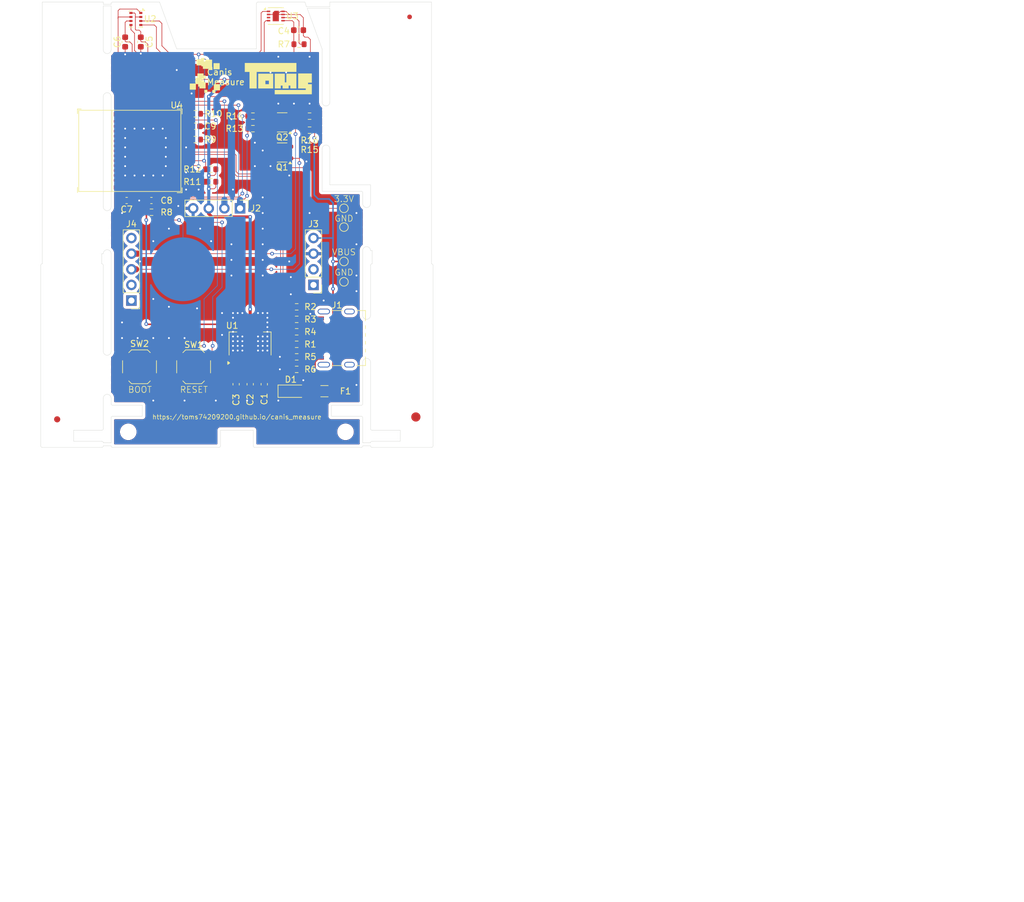
<source format=kicad_pcb>
(kicad_pcb (version 20240108) (generator "pcbnew") (generator_version "8.0")
  (title_block (title "Canis Measure(Air Quality Monitor)") (date "2025-02-07") (rev "0.0.1") (company "Toms"))
  (layers (0 "F.Cu" signal) (31 "B.Cu" signal) (34 "B.Paste" user) (35 "F.Paste" user) (36 "B.SilkS" user "B.Silkscreen") (37 "F.SilkS" user "F.Silkscreen") (38 "B.Mask" user) (39 "F.Mask" user) (44 "Edge.Cuts" user))
  (net 0 "")
  (net 1 "Earth")
  (net 2 "Net-(D1-K)")
  (net 3 "+3.3V")
  (net 4 "Net-(U4-GPIO9)")
  (net 5 "Net-(D1-A)")
  (net 6 "VBUS")
  (net 7 "Net-(J1-CC2)")
  (net 8 "Net-(J1-D--PadA7)")
  (net 10 "Net-(J1-D+-PadA6)")
  (net 12 "Net-(J1-CC1)")
  (net 13 "/DISP_SDA")
  (net 14 "/DISP_SCL")
  (net 17 "Net-(J4-Pin_3)")
  (net 19 "Net-(J4-Pin_4)")
  (net 22 "/RXD")
  (net 23 "/TXD")
  (net 24 "/D+")
  (net 25 "/D-")
  (net 26 "Net-(U3-~{RESET})")
  (net 27 "Net-(U4-GPIO8)")
  (net 28 "/SDA")
  (net 29 "/SCL")
  (net 47 "/TOUCH")
  (net 50 "GND")
  (net 51 "Net-(U4-EN{slash}CHIP_PU)")
  (footprint "Sensor_Humidity:Sensirion_DFN-8-1EP_2.5x2.5mm_P0.5mm_EP1.1x1.7mm" (layer "F.Cu") (at 212.947 118.098)
    (property "Reference" "U3")
    (property "Value" "SHT30-DIS")
  )
  (footprint "footprints:qrcode" (layer "F.Cu") (at 190.881 129.159)
    (property "Reference" "G***" (hide yes))
    (property "Value" "LOGO" (hide yes))
  )
  (footprint "Capacitor_SMD:C_0603_1608Metric" (layer "F.Cu") (at 206.502 177.939 -90)
    (property "Reference" "C3")
    (property "Value" "4.7u")
  )
  (footprint "Resistor_SMD:R_0603_1608Metric" (layer "F.Cu") (at 218.44 134.366 180)
    (property "Reference" "R16")
    (property "Value" "10k")
  )
  (footprint "Resistor_SMD:R_0603_1608Metric" (layer "F.Cu") (at 218.44 136.646 180)
    (property "Reference" "R15")
    (property "Value" "10k")
  )
  (footprint "Capacitor_SMD:C_0603_1608Metric" (layer "F.Cu") (at 191.008 122.314 -90)
    (property "Reference" "C5")
    (property "Value" "0.1u")
  )
  (footprint "Resistor_SMD:R_0603_1608Metric" (layer "F.Cu") (at 202.375 145.034 180)
    (property "Reference" "R11")
    (property "Value" "10k")
  )
  (footprint "logo_silk:logo_toms_110x51_silk" (layer "F.Cu") (at 213.36 128.27)
    (property "Reference" "G***" (hide yes))
    (property "Value" "LOGO" (hide yes))
  )
  (footprint "Fiducial:Fiducial_1.5mm_Mask3mm" (layer "F.Cu") (at 235.712 183.261)
    (property "Reference" "REF**" (hide yes))
    (property "Value" "Fiducial_1.5mm_Mask3mm")
  )
  (footprint "Fiducial:Fiducial_1mm_Mask2mm" (layer "F.Cu") (at 177.419 183.642)
    (property "Reference" "REF**" (hide yes))
    (property "Value" "Fiducial_1mm_Mask2mm")
  )
  (footprint "Keebio-Parts:breakaway-mousebites" (layer "F.Cu") (at 227.457 152.4 -90)
    (property "Reference" "REF**" (hide yes))
    (property "Value" "breakaway-mousebites" (hide yes))
  )
  (footprint "Resistor_SMD:R_0603_1608Metric" (layer "F.Cu") (at 216.725 122.682)
    (property "Reference" "R7")
    (property "Value" "10k")
  )
  (footprint "Capacitor_SMD:C_0603_1608Metric" (layer "F.Cu") (at 211.074 177.939 -90)
    (property "Reference" "C1")
    (property "Value" "0.1u")
  )
  (footprint "Keebio-Parts:breakaway-mousebites" (layer "F.Cu") (at 185.801 152.908 90)
    (property "Reference" "REF**" (hide yes))
    (property "Value" "breakaway-mousebites" (hide yes))
  )
  (footprint "Capacitor_SMD:C_0603_1608Metric" (layer "F.Cu") (at 208.788 177.939 -90)
    (property "Reference" "C2")
    (property "Value" "4.7u")
  )
  (footprint "TestPoint:TestPoint_Pad_D1.0mm" (layer "F.Cu") (at 224.028 161.294)
    (property "Reference" "TP4" (hide yes))
    (property "Value" "GND")
  )
  (footprint "Resistor_SMD:R_0603_1608Metric" (layer "F.Cu") (at 216.345 171.45 180)
    (property "Reference" "R1")
    (property "Value" "22")
  )
  (footprint "Espressif:ESP32-C6-MINI-1" (layer "F.Cu") (at 189.222 140.012 90)
    (property "Reference" "U4")
    (property "Value" "ESP32-C6-MINI-1/U")
  )
  (footprint "Connector_PinHeader_2.54mm:PinHeader_1x04_P2.54mm_Vertical" (layer "F.Cu") (at 207.137 149.352 -90)
    (property "Reference" "J2")
    (property "Value" "SSD1306")
  )
  (footprint "Capacitor_SMD:C_0603_1608Metric" (layer "F.Cu") (at 216.649 120.396 180)
    (property "Reference" "C4")
    (property "Value" "4.7u")
  )
  (footprint "Resistor_SMD:R_0603_1608Metric" (layer "F.Cu") (at 216.345 169.418 180)
    (property "Reference" "R4")
    (property "Value" "22")
  )
  (footprint "Resistor_SMD:R_0603_1608Metric" (layer "F.Cu") (at 216.345 165.368 180)
    (property "Reference" "R2")
    (property "Value" "10k")
  )
  (footprint "Resistor_SMD:R_0603_1608Metric" (layer "F.Cu") (at 209.233 134.366 180)
    (property "Reference" "R14")
    (property "Value" "10k")
  )
  (footprint "MountingHole:MountingHole_2.2mm_M2_ISO7380" (layer "F.Cu") (at 224.282 185.674)
    (property "Reference" "REF**" (hide yes))
    (property "Value" "MountingHole_2.2mm_M2_ISO7380")
  )
  (footprint "TestPoint:TestPoint_Pad_D1.0mm" (layer "F.Cu") (at 224.028 157.988)
    (property "Reference" "TP2" (hide yes))
    (property "Value" "VBUS")
  )
  (footprint "Capacitor_SMD:C_0603_1608Metric" (layer "F.Cu") (at 192.737 148.077)
    (property "Reference" "C8")
    (property "Value" "4.7u")
  )
  (footprint "Button_Switch_SMD:SW_Push_1P1T_XKB_TS-1187A" (layer "F.Cu") (at 199.596 175.103 180)
    (property "Reference" "SW1")
    (property "Value" "TS-1187A-B-A-B")
  )
  (footprint "TestPoint:TestPoint_Pad_D1.0mm" (layer "F.Cu") (at 224.028 149.346)
    (property "Reference" "TP1" (hide yes))
    (property "Value" "3.3V")
  )
  (footprint "Fuse:Fuse_1206_3216Metric" (layer "F.Cu") (at 220.856 179.07 180)
    (property "Reference" "F1")
    (property "Value" "SMD1206P050TF")
  )
  (footprint "Keebio-Parts:breakaway-mousebites" (layer "F.Cu") (at 220.853 135.89 -90)
    (property "Reference" "REF**" (hide yes))
    (property "Value" "breakaway-mousebites" (hide yes))
  )
  (footprint "Resistor_SMD:R_0603_1608Metric" (layer "F.Cu") (at 202.375 143.002 180)
    (property "Reference" "R12")
    (property "Value" "10k")
  )
  (footprint "Package_TO_SOT_SMD:SOT-223-3_TabPin2" (layer "F.Cu") (at 208.774 171.348 90)
    (property "Reference" "U1")
    (property "Value" "LM1117MP-3.3")
  )
  (footprint "Diode_SMD:D_SOD-123F" (layer "F.Cu") (at 215.522 179.07)
    (property "Reference" "D1")
    (property "Value" "MBR1H100SFT3G")
  )
  (footprint "Capacitor_SMD:C_0603_1608Metric" (layer "F.Cu") (at 188.709 148.077 180)
    (property "Reference" "C7")
    (property "Value" "0.1u")
  )
  (footprint "Connector_USB:USB_C_Receptacle_Palconn_UTC16-G" (layer "F.Cu") (at 222.684 170.436 90)
    (property "Reference" "J1")
    (property "Value" "TYPE-C-31-M-12")
  )
  (footprint "Package_TO_SOT_SMD:SOT-23-3" (layer "F.Cu") (at 213.9785 140.274 180)
    (property "Reference" "Q1")
    (property "Value" "AO3418")
  )
  (footprint "Capacitor_SMD:C_0603_1608Metric" (layer "F.Cu") (at 188.468 122.314 -90)
    (property "Reference" "C6")
    (property "Value" "0.1u")
  )
  (footprint "TestPoint:TestPoint_Pad_D1.0mm" (layer "F.Cu") (at 224.028 152.4)
    (property "Reference" "TP3" (hide yes))
    (property "Value" "GND")
  )
  (footprint "MountingHole:MountingHole_2.2mm_M2_ISO7380" (layer "F.Cu") (at 188.976 185.674)
    (property "Reference" "REF**" (hide yes))
    (property "Value" "MountingHole_2.2mm_M2_ISO7380")
  )
  (footprint "Resistor_SMD:R_0603_1608Metric" (layer "F.Cu") (at 209.233 136.398 180)
    (property "Reference" "R13")
    (property "Value" "10k")
  )
  (footprint "Keebio-Parts:breakaway-mousebites" (layer "F.Cu") (at 185.801 127.381 90)
    (property "Reference" "REF**" (hide yes))
    (property "Value" "breakaway-mousebites" (hide yes))
  )
  (footprint "Resistor_SMD:R_0603_1608Metric" (layer "F.Cu") (at 216.345 175.528 180)
    (property "Reference" "R6")
    (property "Value" "10k")
  )
  (footprint "Keebio-Parts:breakaway-mousebites" (layer "F.Cu") (at 233.426 158.369)
    (property "Reference" "REF**" (hide yes))
    (property "Value" "breakaway-mousebites" (hide yes))
  )
  (footprint "Resistor_SMD:R_0603_1608Metric" (layer "F.Cu") (at 199.8866 138.171 180)
    (property "Reference" "R9")
    (property "Value" "10k")
  )
  (footprint "Keebio-Parts:breakaway-mousebites" (layer "F.Cu") (at 185.801 176.403 90)
    (property "Reference" "REF**" (hide yes))
    (property "Value" "breakaway-mousebites" (hide yes))
  )
  (footprint "Resistor_SMD:R_0603_1608Metric" (layer "F.Cu") (at 192.7502 149.982)
    (property "Reference" "R8")
    (property "Value" "10k")
  )
  (footprint "Fiducial:Fiducial_0.75mm_Mask1.5mm" (layer "F.Cu") (at 234.696 118.237)
    (property "Reference" "REF**" (hide yes))
    (property "Value" "Fiducial_0.75mm_Mask1.5mm")
  )
  (footprint "Package_TO_SOT_SMD:SOT-23-3" (layer "F.Cu") (at 213.9895 135.382 180)
    (property "Reference" "Q2")
    (property "Value" "AO3418")
  )
  (footprint "Capacitor_SMD:C_0603_1608Metric" (layer "F.Cu") (at 199.862 136.012)
    (property "Reference" "C9")
    (property "Value" "0.1u")
  )
  (footprint "Connector_PinHeader_2.54mm:PinHeader_1x05_P2.54mm_Vertical" (layer "F.Cu") (at 189.484 164.338 180)
    (property "Reference" "J4")
    (property "Value" "Conn_01x05_Socket")
  )
  (footprint "Keebio-Parts:breakaway-mousebites" (layer "F.Cu") (at 179.959 158.369)
    (property "Reference" "REF**" (hide yes))
    (property "Value" "breakaway-mousebites" (hide yes))
  )
  (footprint "Keebio-Parts:breakaway-mousebites" (layer "F.Cu") (at 227.457 170.561 -90)
    (property "Reference" "REF**" (hide yes))
    (property "Value" "breakaway-mousebites" (hide yes))
  )
  (footprint "Connector_PinHeader_2.54mm:PinHeader_1x04_P2.54mm_Vertical" (layer "F.Cu") (at 219.075 161.798 180)
    (property "Reference" "J3")
    (property "Value" "Conn_01x04_Socket")
  )
  (footprint "Resistor_SMD:R_0603_1608Metric" (layer "F.Cu") (at 216.345 173.496 180)
    (property "Reference" "R5")
    (property "Value" "10k")
  )
  (footprint "footprints:canis_measure_logo" (layer "F.Cu") (at 201.660852 127.623116)
    (property "Reference" "G***" (hide yes))
    (property "Value" "LOGO" (hide yes))
  )
  (footprint "Resistor_SMD:R_0603_1608Metric" (layer "F.Cu") (at 199.8866 133.98 180)
    (property "Reference" "R10")
    (property "Value" "10k")
  )
  (footprint "Package_LGA:Bosch_LGA-8_2x2.5mm_P0.65mm_ClockwisePinNumbering" (layer "F.Cu") (at 190.208 118.577 -90)
    (property "Reference" "U2")
    (property "Value" "BMP280")
  )
  (footprint "Button_Switch_SMD:SW_Push_1P1T_XKB_TS-1187A" (layer "F.Cu") (at 190.802 175.103)
    (property "Reference" "SW2")
    (property "Value" "TS-1187A-B-A-B")
  )
  (footprint "Resistor_SMD:R_0603_1608Metric" (layer "F.Cu") (at 216.345 167.4 180)
    (property "Reference" "R3")
    (property "Value" "10k")
  )
  (gr_circle (center 197.866 159.258) (end 202.946 159.258) (stroke (width 0.2)) (fill solid) (layer "B.Cu") (net 47))
  (gr_line (start 209.804 116.078) (end 209.804 123.444) (stroke (width 0.05)) (layer "Edge.Cuts"))
  (gr_line (start 228.6 188.214) (end 238.252 188.214) (stroke (width 0.05)) (layer "Edge.Cuts"))
  (gr_arc (start 184.912 185.166) (mid 184.837605 185.345605) (end 184.658 185.42) (stroke (width 0.05)) (layer "Edge.Cuts"))
  (gr_arc (start 186.436 188.214) (mid 186.256395 188.139605) (end 186.182 187.96) (stroke (width 0.05)) (layer "Edge.Cuts"))
  (gr_arc (start 203.962 187.96) (mid 203.887605 188.139605) (end 203.708 188.214) (stroke (width 0.05)) (layer "Edge.Cuts"))
  (gr_line (start 184.658 187.198) (end 180.086 187.198) (stroke (width 0.05)) (layer "Edge.Cuts"))
  (gr_line (start 174.752 158.623) (end 174.752 187.96) (stroke (width 0.05)) (layer "Edge.Cuts"))
  (gr_arc (start 228.6 185.42) (mid 228.420395 185.345605) (end 228.346 185.166) (stroke (width 0.05)) (layer "Edge.Cuts"))
  (gr_arc (start 186.436 181.356) (mid 186.256395 181.281605) (end 186.182 181.102) (stroke (width 0.05)) (layer "Edge.Cuts"))
  (gr_line (start 184.912 116.459) (end 186.182 116.459) (stroke (width 0.05)) (layer "Edge.Cuts"))
  (gr_arc (start 209.804 116.078) (mid 209.878395 115.898395) (end 210.058 115.824) (stroke (width 0.05)) (layer "Edge.Cuts"))
  (gr_line (start 184.912 115.824) (end 175.006 115.824) (stroke (width 0.05)) (layer "Edge.Cuts"))
  (gr_line (start 203.708 188.214) (end 186.436 188.214) (stroke (width 0.05)) (layer "Edge.Cuts"))
  (gr_line (start 221.996 181.356) (end 221.996 183.134) (stroke (width 0.05)) (layer "Edge.Cuts"))
  (gr_line (start 184.912 180.213) (end 184.912 185.166) (stroke (width 0.05)) (layer "Edge.Cuts"))
  (gr_line (start 228.6 156.21) (end 228.346 156.21) (stroke (width 0.05)) (layer "Edge.Cuts"))
  (gr_arc (start 184.912 180.213) (mid 185.547 179.578) (end 186.182 180.213) (stroke (width 0.05)) (layer "Edge.Cuts"))
  (gr_arc (start 238.252 158.369) (mid 238.431605 158.443395) (end 238.506 158.623) (stroke (width 0.05)) (layer "Edge.Cuts"))
  (gr_line (start 221.742 115.824) (end 221.742 116.586) (stroke (width 0.05)) (layer "Edge.Cuts"))
  (gr_line (start 186.182 156.718) (end 186.182 172.593) (stroke (width 0.05)) (layer "Edge.Cuts"))
  (gr_arc (start 184.912 187.96) (mid 184.837605 188.139605) (end 184.658 188.214) (stroke (width 0.05)) (layer "Edge.Cuts"))
  (gr_line (start 228.6 187.198) (end 233.172 187.198) (stroke (width 0.05)) (layer "Edge.Cuts"))
  (gr_arc (start 228.6 188.214) (mid 228.420395 188.139605) (end 228.346 187.96) (stroke (width 0.05)) (layer "Edge.Cuts"))
  (gr_line (start 186.182 187.96) (end 184.912 187.96) (stroke (width 0.05)) (layer "Edge.Cuts"))
  (gr_line (start 184.912 149.098) (end 184.912 131.191) (stroke (width 0.05)) (layer "Edge.Cuts"))
  (gr_line (start 221.742 145.542) (end 221.742 139.7) (stroke (width 0.05)) (layer "Edge.Cuts"))
  (gr_arc (start 186.182 172.593) (mid 185.547 173.228) (end 184.912 172.593) (stroke (width 0.05)) (layer "Edge.Cuts"))
  (gr_line (start 194.056 115.824) (end 196.85 123.444) (stroke (width 0.05)) (layer "Edge.Cuts"))
  (gr_arc (start 220.472 139.7) (mid 221.107 139.065) (end 221.742 139.7) (stroke (width 0.05)) (layer "Edge.Cuts"))
  (gr_line (start 184.912 156.718) (end 184.658 156.718) (stroke (width 0.05)) (layer "Edge.Cuts"))
  (gr_line (start 186.182 149.098) (end 186.182 131.191) (stroke (width 0.05)) (layer "Edge.Cuts"))
  (gr_arc (start 227.076 156.21) (mid 227.711 155.575) (end 228.346 156.21) (stroke (width 0.05)) (layer "Edge.Cuts"))
  (gr_line (start 203.962 187.96) (end 203.962 185.42) (stroke (width 0.05)) (layer "Edge.Cuts"))
  (gr_line (start 217.932 116.586) (end 217.678 115.824) (stroke (width 0.05)) (layer "Edge.Cuts"))
  (gr_line (start 184.658 156.718) (end 184.658 158.369) (stroke (width 0.05)) (layer "Edge.Cuts"))
  (gr_line (start 228.346 166.751) (end 228.346 158.623) (stroke (width 0.05)) (layer "Edge.Cuts"))
  (gr_line (start 226.822 146.558) (end 220.472 146.558) (stroke (width 0.05)) (layer "Edge.Cuts"))
  (gr_line (start 186.436 183.134) (end 191.262 183.134) (stroke (width 0.05)) (layer "Edge.Cuts"))
  (gr_line (start 238.252 158.369) (end 238.252 115.824) (stroke (width 0.05)) (layer "Edge.Cuts"))
  (gr_arc (start 228.346 187.452) (mid 228.420395 187.272395) (end 228.6 187.198) (stroke (width 0.05)) (layer "Edge.Cuts"))
  (gr_line (start 226.822 181.356) (end 221.996 181.356) (stroke (width 0.05)) (layer "Edge.Cuts"))
  (gr_arc (start 186.182 149.098) (mid 185.547 149.733) (end 184.912 149.098) (stroke (width 0.05)) (layer "Edge.Cuts"))
  (gr_line (start 233.172 185.42) (end 233.172 187.198) (stroke (width 0.05)) (layer "Edge.Cuts"))
  (gr_line (start 196.85 123.444) (end 209.804 123.444) (stroke (width 0.05)) (layer "Edge.Cuts"))
  (gr_line (start 191.262 181.356) (end 186.436 181.356) (stroke (width 0.05)) (layer "Edge.Cuts"))
  (gr_line (start 220.472 123.444) (end 220.472 132.08) (stroke (width 0.05)) (layer "Edge.Cuts"))
  (gr_arc (start 186.182 116.078) (mid 186.256395 115.898395) (end 186.436 115.824) (stroke (width 0.05)) (layer "Edge.Cuts"))
  (gr_arc (start 226.822 183.134) (mid 227.001605 183.208395) (end 227.076 183.388) (stroke (width 0.05)) (layer "Edge.Cuts"))
  (gr_arc (start 184.912 156.718) (mid 185.547 156.083) (end 186.182 156.718) (stroke (width 0.05)) (layer "Edge.Cuts"))
  (gr_line (start 220.472 139.7) (end 220.472 146.558) (stroke (width 0.05)) (layer "Edge.Cuts"))
  (gr_arc (start 228.346 166.751) (mid 227.711 167.386) (end 227.076 166.751) (stroke (width 0.05)) (layer "Edge.Cuts"))
  (gr_arc (start 227.076 174.371) (mid 227.711 173.736) (end 228.346 174.371) (stroke (width 0.05)) (layer "Edge.Cuts"))
  (gr_arc (start 209.55 188.214) (mid 209.370395 188.139605) (end 209.296 187.96) (stroke (width 0.05)) (layer "Edge.Cuts"))
  (gr_line (start 203.962 185.42) (end 209.296 185.42) (stroke (width 0.05)) (layer "Edge.Cuts"))
  (gr_line (start 191.262 181.356) (end 191.262 183.134) (stroke (width 0.05)) (layer "Edge.Cuts"))
  (gr_line (start 186.182 116.205) (end 184.912 116.205) (stroke (width 0.05)) (layer "Edge.Cuts"))
  (gr_arc (start 175.006 188.214) (mid 174.826395 188.139605) (end 174.752 187.96) (stroke (width 0.05)) (layer "Edge.Cuts"))
  (gr_line (start 227.076 183.388) (end 227.076 187.452) (stroke (width 0.05)) (layer "Edge.Cuts"))
  (gr_line (start 227.076 146.812) (end 227.076 148.59) (stroke (width 0.05)) (layer "Edge.Cuts"))
  (gr_arc (start 184.912 131.191) (mid 185.547 130.556) (end 186.182 131.191) (stroke (width 0.05)) (layer "Edge.Cuts"))
  (gr_line (start 227.076 187.96) (end 228.346 187.96) (stroke (width 0.05)) (layer "Edge.Cuts"))
  (gr_line (start 227.076 166.751) (end 227.076 156.21) (stroke (width 0.05)) (layer "Edge.Cuts"))
  (gr_line (start 218.059 116.84) (end 220.472 123.444) (stroke (width 0.05)) (layer "Edge.Cuts"))
  (gr_line (start 228.346 145.542) (end 221.742 145.542) (stroke (width 0.05)) (layer "Edge.Cuts"))
  (gr_arc (start 174.752 158.623) (mid 174.826395 158.443395) (end 175.006 158.369) (stroke (width 0.05)) (layer "Edge.Cuts"))
  (gr_line (start 221.742 115.824) (end 238.252 115.824) (stroke (width 0.05)) (layer "Edge.Cuts"))
  (gr_line (start 221.996 183.134) (end 226.822 183.134) (stroke (width 0.05)) (layer "Edge.Cuts"))
  (gr_line (start 184.912 187.452) (end 186.182 187.452) (stroke (width 0.05)) (layer "Edge.Cuts"))
  (gr_line (start 184.912 115.824) (end 184.912 116.205) (stroke (width 0.05)) (layer "Edge.Cuts"))
  (gr_line (start 184.912 123.571) (end 184.912 116.459) (stroke (width 0.05)) (layer "Edge.Cuts"))
  (gr_line (start 186.182 123.571) (end 186.182 116.459) (stroke (width 0.05)) (layer "Edge.Cuts"))
  (gr_line (start 186.182 183.388) (end 186.182 187.452) (stroke (width 0.05)) (layer "Edge.Cuts"))
  (gr_arc (start 226.822 146.558) (mid 227.001605 146.632395) (end 227.076 146.812) (stroke (width 0.05)) (layer "Edge.Cuts"))
  (gr_arc (start 238.506 187.96) (mid 238.431605 188.139605) (end 238.252 188.214) (stroke (width 0.05)) (layer "Edge.Cuts"))
  (gr_arc (start 184.658 158.369) (mid 184.837605 158.443395) (end 184.912 158.623) (stroke (width 0.05)) (layer "Edge.Cuts"))
  (gr_arc (start 186.182 183.388) (mid 186.256395 183.208395) (end 186.436 183.134) (stroke (width 0.05)) (layer "Edge.Cuts"))
  (gr_arc (start 227.076 187.96) (mid 227.001605 188.139605) (end 226.822 188.214) (stroke (width 0.05)) (layer "Edge.Cuts"))
  (gr_line (start 228.346 174.371) (end 228.346 185.166) (stroke (width 0.05)) (layer "Edge.Cuts"))
  (gr_line (start 186.182 116.078) (end 186.182 116.205) (stroke (width 0.05)) (layer "Edge.Cuts"))
  (gr_line (start 210.058 115.824) (end 217.678 115.824) (stroke (width 0.05)) (layer "Edge.Cuts"))
  (gr_line (start 228.6 158.369) (end 228.6 156.21) (stroke (width 0.05)) (layer "Edge.Cuts"))
  (gr_line (start 186.182 180.213) (end 186.182 181.102) (stroke (width 0.05)) (layer "Edge.Cuts"))
  (gr_line (start 180.086 185.42) (end 180.086 187.198) (stroke (width 0.05)) (layer "Edge.Cuts"))
  (gr_arc (start 228.346 158.623) (mid 228.420395 158.443395) (end 228.6 158.369) (stroke (width 0.05)) (layer "Edge.Cuts"))
  (gr_line (start 221.742 116.84) (end 218.059 116.84) (stroke (width 0.05)) (layer "Edge.Cuts"))
  (gr_line (start 228.346 187.452) (end 227.076 187.452) (stroke (width 0.05)) (layer "Edge.Cuts"))
  (gr_line (start 226.822 188.214) (end 209.55 188.214) (stroke (width 0.05)) (layer "Edge.Cuts"))
  (gr_line (start 228.346 145.542) (end 228.346 148.59) (stroke (width 0.05)) (layer "Edge.Cuts"))
  (gr_arc (start 184.658 187.198) (mid 184.837605 187.272395) (end 184.912 187.452) (stroke (width 0.05)) (layer "Edge.Cuts"))
  (gr_line (start 233.172 185.42) (end 228.6 185.42) (stroke (width 0.05)) (layer "Edge.Cuts"))
  (gr_line (start 209.296 187.96) (end 209.296 185.42) (stroke (width 0.05)) (layer "Edge.Cuts"))
  (gr_line (start 186.436 115.824) (end 194.056 115.824) (stroke (width 0.05)) (layer "Edge.Cuts"))
  (gr_arc (start 186.182 123.571) (mid 185.547 124.206) (end 184.912 123.571) (stroke (width 0.05)) (layer "Edge.Cuts"))
  (gr_arc (start 227.076 181.102) (mid 227.001605 181.281605) (end 226.822 181.356) (stroke (width 0.05)) (layer "Edge.Cuts"))
  (gr_line (start 221.742 132.08) (end 221.742 116.84) (stroke (width 0.05)) (layer "Edge.Cuts"))
  (gr_line (start 221.742 116.586) (end 217.932 116.586) (stroke (width 0.05)) (layer "Edge.Cuts"))
  (gr_arc (start 228.346 148.59) (mid 227.711 149.225) (end 227.076 148.59) (stroke (width 0.05)) (layer "Edge.Cuts"))
  (gr_line (start 184.658 188.214) (end 175.006 188.214) (stroke (width 0.05)) (layer "Edge.Cuts"))
  (gr_line (start 175.006 158.369) (end 175.006 115.824) (stroke (width 0.05)) (layer "Edge.Cuts"))
  (gr_line (start 184.912 158.623) (end 184.912 172.593) (stroke (width 0.05)) (layer "Edge.Cuts"))
  (gr_arc (start 221.742 132.08) (mid 221.107 132.715) (end 220.472 132.08) (stroke (width 0.05)) (layer "Edge.Cuts"))
  (gr_line (start 180.086 185.42) (end 184.658 185.42) (stroke (width 0.05)) (layer "Edge.Cuts"))
  (gr_line (start 238.506 158.623) (end 238.506 187.96) (stroke (width 0.05)) (layer "Edge.Cuts"))
  (gr_line (start 227.076 174.371) (end 227.076 181.102) (stroke (width 0.05)) (layer "Edge.Cuts"))
  (gr_text "GND" (at 224.028 151.003 0) (layer "F.SilkS") (effects (font (size 1 1) (thickness 0.1))))
  (gr_text "RESET" (at 199.644 178.816 0) (layer "F.SilkS") (effects (font (size 1 1) (thickness 0.1))))
  (gr_text "BOOT" (at 190.881 178.816 0) (layer "F.SilkS") (effects (font (size 1 1) (thickness 0.1))))
  (gr_text "Canis\nMeasure" (at 201.676 129.413 0) (layer "F.SilkS") (effects (font (size 1 1)) (justify left bottom)))
  (gr_text "3.3V" (at 224.028 147.828 0) (layer "F.SilkS") (effects (font (size 1 1) (thickness 0.1))))
  (gr_text "https://toms74209200.github.io/canis_measure" (at 206.629 183.261 0) (layer "F.SilkS") (effects (font (size 0.75 0.75) (thickness 0.1))))
  (gr_text "VBUS" (at 224.028 156.464 0) (layer "F.SilkS") (effects (font (size 1 1) (thickness 0.1))))
  (gr_text "GND" (at 224.028 159.766 0) (layer "F.SilkS") (effects (font (size 1 1) (thickness 0.1))))
  (segment (start 211.074 176.022) (end 211.074 175.895) (width 0.5) (layer "F.Cu") (net 2))
  (segment (start 212.598 177.546) (end 212.598 176.657) (width 0.5) (layer "F.Cu") (net 2))
  (segment (start 211.963 176.022) (end 211.074 176.022) (width 0.5) (layer "F.Cu") (net 2))
  (segment (start 212.598 176.657) (end 211.963 176.022) (width 0.5) (layer "F.Cu") (net 2))
  (segment (start 214.122 179.07) (end 212.598 177.546) (width 0.5) (layer "F.Cu") (net 2))
  (segment (start 211.074 177.164) (end 211.074 175.895) (width 0.5) (layer "F.Cu") (net 2))
  (segment (start 211.074 175.895) (end 211.074 174.498) (width 0.5) (layer "F.Cu") (net 2))
  (segment (start 202.052 138.171) (end 200.7116 138.171) (width 0.1) (layer "F.Cu") (net 3))
  (segment (start 189.865 124.714) (end 189.992 124.841) (width 0.1) (layer "F.Cu") (net 3))
  (segment (start 203.2 143.002) (end 203.2 143.764) (width 0.1) (layer "F.Cu") (net 3))
  (segment (start 202.057 149.352) (end 202.057 150.241) (width 0.5) (layer "F.Cu") (net 3))
  (segment (start 189.484 148.077) (end 189.484 149.733) (width 0.25) (layer "F.Cu") (net 3))
  (segment (start 188.468 121.539) (end 188.468 122.174) (width 0.1) (layer "F.Cu") (net 3))
  (segment (start 191.9252 149.982) (end 191.9252 151.13) (width 0.25) (layer "F.Cu") (net 3))
  (segment (start 213.995 137.287) (end 215.138 138.43) (width 0.1) (layer "F.Cu") (net 3))
  (segment (start 218.186 148.336) (end 219.202 149.352) (width 0.1) (layer "F.Cu") (net 3))
  (segment (start 189.484 149.733) (end 189.733 149.982) (width 0.25) (layer "F.Cu") (net 3))
  (segment (start 215.874 122.656) (end 215.9 122.682) (width 0.1) (layer "F.Cu") (net 3))
  (segment (start 204.597 128.397) (end 215.519 128.397) (width 0.1) (layer "F.Cu") (net 3))
  (segment (start 191.947 168.198) (end 208.774 168.198) (width 0.25) (layer "F.Cu") (net 3))
  (segment (start 208.788 177.164) (end 208.788 174.512) (width 0.5) (layer "F.Cu") (net 3))
  (segment (start 191.008 118.252) (end 190.134 118.252) (width 0.1) (layer "F.Cu") (net 3))
  (segment (start 213.995 140.716) (end 213.995 142.24) (width 0.1) (layer "F.Cu") (net 3))
  (segment (start 194.564 124.841) (end 195.707 125.984) (width 0.1) (layer "F.Cu") (net 3))
  (segment (start 203.2 145.923) (end 202.946 146.177) (width 0.1) (layer "F.Cu") (net 3))
  (segment (start 189.408 118.902) (end 188.692 118.902) (width 0.1) (layer "F.Cu") (net 3))
  (segment (start 219.462 149.346) (end 224.028 149.346) (width 0.1) (layer "F.Cu") (net 3))
  (segment (start 191.9252 151.2288) (end 191.897 151.257) (width 0.25) (layer "F.Cu") (net 3))
  (segment (start 189.23 122.301) (end 189.611 122.682) (width 0.1) (layer "F.Cu") (net 3))
  (segment (start 188.595 122.301) (end 189.23 122.301) (width 0.1) (layer "F.Cu") (net 3))
  (segment (start 191.008 121.539) (end 191.008 122.174) (width 0.1) (layer "F.Cu") (net 3))
  (segment (start 203.2 143.764) (end 202.946 144.018) (width 0.1) (layer "F.Cu") (net 3))
  (segment (start 215.116 139.324) (end 215.116 140.103) (width 0.1) (layer "F.Cu") (net 3))
  (segment (start 215.874 120.396) (end 215.874 122.656) (width 0.1) (layer "F.Cu") (net 3))
  (segment (start 215.519 128.397) (end 215.9 128.016) (width 0.1) (layer "F.Cu") (net 3))
  (segment (start 189.992 124.841) (end 192.151 124.841) (width 0.1) (layer "F.Cu") (net 3))
  (segment (start 188.468 122.174) (end 188.595 122.301) (width 0.1) (layer "F.Cu") (net 3))
  (segment (start 218.186 143.51) (end 218.186 148.336) (width 0.1) (layer "F.Cu") (net 3))
  (segment (start 208.774 168.198) (end 208.788 165.735) (width 0.5) (layer "F.Cu") (net 3))
  (segment (start 215.138 138.43) (end 215.138 139.302) (width 0.1) (layer "F.Cu") (net 3))
  (segment (start 202.565 150.749) (end 208.788 150.749) (width 0.5) (layer "F.Cu") (net 3))
  (segment (start 211.201 134.366) (end 211.201 131.572) (width 0.1) (layer "F.Cu") (net 3))
  (segment (start 192.151 122.682) (end 192.151 124.841) (width 0.1) (layer "F.Cu") (net 3))
  (segment (start 215.874 120.396) (end 215.874 119.1) (width 0.1) (layer "F.Cu") (net 3))
  (segment (start 191.008 120.65) (end 191.008 121.539) (width 0.1) (layer "F.Cu") (net 3))
  (segment (start 215.874 119.1) (end 215.622 118.848) (width 0.1) (layer "F.Cu") (net 3))
  (segment (start 214.884 140.335) (end 214.376 140.335) (width 0.1) (layer "F.Cu") (net 3))
  (segment (start 188.692 118.902) (end 188.468 119.126) (width 0.1) (layer "F.Cu") (net 3))
  (segment (start 188.468 119.126) (end 188.468 121.539) (width 0.1) (layer "F.Cu") (net 3))
  (segment (start 191.135 122.301) (end 191.77 122.301) (width 0.1) (layer "F.Cu") (net 3))
  (segment (start 210.058 134.366) (end 211.201 134.366) (width 0.1) (layer "F.Cu") (net 3))
  (segment (start 196.215 128.397) (end 204.597 128.397) (width 0.1) (layer "F.Cu") (net 3))
  (segment (start 213.995 136.398) (end 213.995 137.287) (width 0.1) (layer "F.Cu") (net 3))
  (segment (start 215.138 139.302) (end 215.116 139.324) (width 0.1) (layer "F.Cu") (net 3))
  (segment (start 215.116 140.103) (end 214.884 140.335) (width 0.1) (layer "F.Cu") (net 3))
  (segment (start 202.052 133.98) (end 200.7116 133.98) (width 0.1) (layer "F.Cu") (net 3))
  (segment (start 214.376 140.335) (end 213.995 140.716) (width 0.1) (layer "F.Cu") (net 3))
  (segment (start 190.119 120.269) (end 190.246 120.396) (width 0.1) (layer "F.Cu") (net 3))
  (segment (start 202.946 146.177) (end 202.057 146.177) (width 0.1) (layer "F.Cu") (net 3))
  (segment (start 191.897 168.148) (end 191.947 168.198) (width 0.25) (layer "F.Cu") (net 3))
  (segment (start 219.456 149.352) (end 219.462 149.346) (width 0.1) (layer "F.Cu") (net 3))
  (segment (start 189.522 145.912) (end 189.522 148.003) (width 0.25) (layer "F.Cu") (net 3))
  (segment (start 202.946 144.018) (end 202.057 144.018) (width 0.1) (layer "F.Cu") (net 3))
  (segment (start 206.502 177.164) (end 208.788 177.164) (width 0.5) (layer "F.Cu") (net 3))
  (segment (start 191.008 122.174) (end 191.135 122.301) (width 0.1) (layer "F.Cu") (net 3))
  (segment (start 208.788 165.735) (end 208.774 165.876) (width 0.5) (layer "F.Cu") (net 3))
  (segment (start 219.202 149.352) (end 219.456 149.352) (width 0.1) (layer "F.Cu") (net 3))
  (segment (start 210.058 136.398) (end 213.995 136.398) (width 0.1) (layer "F.Cu") (net 3))
  (segment (start 189.611 124.079) (end 189.611 124.46) (width 0.1) (layer "F.Cu") (net 3))
  (segment (start 195.707 125.984) (end 195.707 127.889) (width 0.1) (layer "F.Cu") (net 3))
  (segment (start 190.754 120.396) (end 191.008 120.65) (width 0.1) (layer "F.Cu") (net 3))
  (segment (start 192.151 124.841) (end 194.564 124.841) (width 0.1) (layer "F.Cu") (net 3))
  (segment (start 215.622 118.848) (end 214.122 118.848) (width 0.1) (layer "F.Cu") (net 3))
  (segment (start 202.057 133.985) (end 202.052 133.98) (width 0.1) (layer "F.Cu") (net 3))
  (segment (start 202.057 150.241) (end 202.565 150.749) (width 0.5) (layer "F.Cu") (net 3))
  (segment (start 190.119 118.237) (end 190.119 120.269) (width 0.1) (layer "F.Cu") (net 3))
  (segment (start 202.057 138.176) (end 202.052 138.171) (width 0.1) (layer "F.Cu") (net 3))
  (segment (start 215.061 134.366) (end 215.127 134.432) (width 0.1) (layer "F.Cu") (net 3))
  (segment (start 210.82 131.191) (end 202.057 131.191) (width 0.1) (layer "F.Cu") (net 3))
  (segment (start 190.134 118.252) (end 190.119 118.237) (width 0.1) (layer "F.Cu") (net 3))
  (segment (start 208.788 174.512) (end 208.774 174.498) (width 0.5) (layer "F.Cu") (net 3))
  (segment (start 191.77 122.301) (end 192.151 122.682) (width 0.1) (layer "F.Cu") (net 3))
  (segment (start 189.992 117.602) (end 190.119 117.729) (width 0.1) (layer "F.Cu") (net 3))
  (segment (start 211.201 134.366) (end 213.995 134.366) (width 0.1) (layer "F.Cu") (net 3))
  (segment (start 189.408 117.602) (end 189.992 117.602) (width 0.1) (layer "F.Cu") (net 3))
  (segment (start 213.995 134.366) (end 213.995 136.398) (width 0.1) (layer "F.Cu") (net 3))
  (segment (start 217.424 142.748) (end 218.186 143.51) (width 0.1) (layer "F.Cu") (net 3))
  (segment (start 211.201 131.572) (end 210.82 131.191) (width 0.1) (layer "F.Cu") (net 3))
  (segment (start 190.246 120.396) (end 190.754 120.396) (width 0.1) (layer "F.Cu") (net 3))
  (segment (start 189.611 124.46) (end 189.865 124.714) (width 0.1) (layer "F.Cu") (net 3))
  (segment (start 189.611 122.682) (end 189.611 124.079) (width 0.1) (layer "F.Cu") (net 3))
  (segment (start 195.707 127.889) (end 196.215 128.397) (width 0.1) (layer "F.Cu") (net 3))
  (segment (start 203.2 145.034) (end 203.2 145.923) (width 0.1) (layer "F.Cu") (net 3))
  (segment (start 208.774 177.15) (end 208.788 177.164) (width 0.5) (layer "F.Cu") (net 3))
  (segment (start 189.733 149.982) (end 191.9252 149.982) (width 0.25) (layer "F.Cu") (net 3))
  (segment (start 214.503 142.748) (end 217.424 142.748) (width 0.1) (layer "F.Cu") (net 3))
  (segment (start 213.995 134.366) (end 215.061 134.366) (width 0.1) (layer "F.Cu") (net 3))
  (segment (start 213.995 142.24) (end 214.503 142.748) (width 0.1) (layer "F.Cu") (net 3))
  (segment (start 190.119 117.729) (end 190.119 118.237) (width 0.1) (layer "F.Cu") (net 3))
  (segment (start 215.9 128.016) (end 215.9 122.682) (width 0.1) (layer "F.Cu") (net 3))
  (segment (start 208.774 168.198) (end 208.774 174.498) (width 0.5) (layer "F.Cu") (net 3))
  (via (at 202.057 131.191) (size 0.6) (drill 0.3) (layers "F.Cu" "B.Cu") (net 3))
  (via (at 208.788 165.735) (size 0.6) (drill 0.3) (layers "F.Cu" "B.Cu") (net 3))
  (via (at 202.057 138.176) (size 0.6) (drill 0.3) (layers "F.Cu" "B.Cu") (net 3))
  (via (at 202.057 144.018) (size 0.6) (drill 0.3) (layers "F.Cu" "B.Cu") (net 3))
  (via (at 208.788 150.749) (size 0.6) (drill 0.3) (layers "F.Cu" "B.Cu") (net 3))
  (via (at 204.597 128.397) (size 0.6) (drill 0.3) (layers "F.Cu" "B.Cu") (net 3))
  (via (at 191.897 168.148) (size 0.6) (drill 0.3) (layers "F.Cu" "B.Cu") (net 3))
  (via (at 202.057 133.985) (size 0.6) (drill 0.3) (layers "F.Cu" "B.Cu") (net 3))
  (via (at 202.057 146.177) (size 0.6) (drill 0.3) (layers "F.Cu" "B.Cu") (net 3))
  (via (at 191.897 151.257) (size 0.6) (drill 0.3) (layers "F.Cu" "B.Cu") (net 3))
  (segment (start 202.057 144.018) (end 202.057 133.985) (width 0.5) (layer "B.Cu") (net 3))
  (segment (start 202.057 131.191) (end 204.597 128.651) (width 0.5) (layer "B.Cu") (net 3))
  (segment (start 191.897 151.257) (end 191.897 168.148) (width 0.25) (layer "B.Cu") (net 3))
  (segment (start 202.057 149.352) (end 202.057 146.177) (width 0.5) (layer "B.Cu") (net 3))
  (segment (start 202.057 133.985) (end 202.057 131.191) (width 0.5) (layer "B.Cu") (net 3))
  (segment (start 204.597 128.651) (end 204.597 128.397) (width 0.5) (layer "B.Cu") (net 3))
  (segment (start 202.057 145.034) (end 202.057 144.018) (width 0.5) (layer "B.Cu") (net 3))
  (segment (start 204.597 128.397) (end 204.47 128.27) (width 0.1) (layer "B.Cu") (net 3))
  (segment (start 208.788 165.735) (end 208.788 150.749) (width 0.5) (layer "B.Cu") (net 3))
  (segment (start 202.057 146.177) (end 202.057 145.034) (width 0.5) (layer "B.Cu") (net 3))
  (segment (start 199.0616 133.98) (end 199.0616 135.001) (width 0.1) (layer "F.Cu") (net 4))
  (segment (start 199.0616 135.001) (end 203.2 135.001) (width 0.1) (layer "F.Cu") (net 4))
  (segment (start 194.183 171.704) (end 193.802 172.085) (width 0.1) (layer "F.Cu") (net 4))
  (segment (start 201.295 171.704) (end 194.183 171.704) (width 0.1) (layer "F.Cu") (net 4))
  (segment (start 193.802 172.085) (end 193.802 173.228) (width 0.1) (layer "F.Cu") (net 4))
  (segment (start 199.0616 135.9866) (end 199.087 136.012) (width 0.1) (layer "F.Cu") (net 4))
  (segment (start 199.0616 135.001) (end 199.0616 135.9866) (width 0.1) (layer "F.Cu") (net 4))
  (segment (start 187.802 173.228) (end 193.802 173.228) (width 0.25) (layer "F.Cu") (net 4))
  (segment (start 196.822 136.012) (end 199.087 136.012) (width 0.1) (layer "F.Cu") (net 4))
  (via (at 203.2 135.001) (size 0.6) (drill 0.3) (layers "F.Cu" "B.Cu") (net 4))
  (via (at 201.295 171.704) (size 0.6) (drill 0.3) (layers "F.Cu" "B.Cu") (net 4))
  (segment (start 201.295 164.084) (end 201.295 171.704) (width 0.1) (layer "B.Cu") (net 4))
  (segment (start 203.454 161.925) (end 201.295 164.084) (width 0.1) (layer "B.Cu") (net 4))
  (segment (start 203.454 135.255) (end 203.454 161.925) (width 0.1) (layer "B.Cu") (net 4))
  (segment (start 203.2 135.001) (end 203.454 135.255) (width 0.1) (layer "B.Cu") (net 4))
  (segment (start 219.456 179.07) (end 216.922 179.07) (width 0.5) (layer "F.Cu") (net 5))
  (segment (start 218.373 176.463) (end 218.694 176.784) (width 0.25) (layer "F.Cu") (net 6))
  (segment (start 220.174 168.036) (end 220.769406 168.036) (width 0.25) (layer "F.Cu") (net 6))
  (segment (start 218.694 176.784) (end 222.123 176.784) (width 0.25) (layer "F.Cu") (net 6))
  (segment (start 224.028 157.988) (end 222.25 157.988) (width 0.25) (layer "F.Cu") (net 6))
  (segment (start 221.389406 168.656) (end 222.25 168.656) (width 0.25) (layer "F.Cu") (net 6))
  (segment (start 222.123 176.784) (end 222.25 176.911) (width 0.25) (layer "F.Cu") (net 6))
  (segment (start 219.265 137.859) (end 219.202 137.922) (width 0.1) (layer "F.Cu") (net 6))
  (segment (start 218.373 174.071) (end 218.373 176.463) (width 0.25) (layer "F.Cu") (net 6))
  (segment (start 219.608 172.836) (end 218.373 174.071) (width 0.25) (layer "F.Cu") (net 6))
  (segment (start 220.769406 168.036) (end 221.389406 168.656) (width 0.25) (layer "F.Cu") (net 6))
  (segment (start 222.256 179.07) (end 222.256 176.917) (width 0.5) (layer "F.Cu") (net 6))
  (segment (start 219.265 134.366) (end 219.265 136.646) (width 0.1) (layer "F.Cu") (net 6))
  (segment (start 222.256 176.917) (end 222.25 176.911) (width 0.5) (layer "F.Cu") (net 6))
  (segment (start 219.265 136.646) (end 219.265 137.859) (width 0.1) (layer "F.Cu") (net 6))
  (segment (start 222.25 169.530797) (end 222.25 176.911) (width 0.25) (layer "F.Cu") (net 6))
  (segment (start 220.174 172.836) (end 219.608 172.836) (width 0.25) (layer "F.Cu") (net 6))
  (segment (start 222.25 169.530797) (end 222.25 162.433) (width 0.25) (layer "F.Cu") (net 6))
  (via (at 222.25 162.433) (size 0.6) (drill 0.3) (layers "F.Cu" "B.Cu") (net 6))
  (via (at 219.202 137.922) (size 0.6) (drill 0.3) (layers "F.Cu" "B.Cu") (net 6))
  (via (at 222.25 157.988) (size 0.6) (drill 0.3) (layers "F.Cu" "B.Cu") (net 6))
  (segment (start 221.615 147.828) (end 219.837 147.828) (width 0.25) (layer "B.Cu") (net 6))
  (segment (start 222.25 162.433) (end 222.25 161.925) (width 0.25) (layer "B.Cu") (net 6))
  (segment (start 222.25 161.925) (end 222.25 157.988) (width 0.25) (layer "B.Cu") (net 6))
  (segment (start 222.25 161.925) (end 222.25 161.671) (width 0.25) (layer "B.Cu") (net 6))
  (segment (start 222.25 157.988) (end 222.25 148.463) (width 0.25) (layer "B.Cu") (net 6))
  (segment (start 219.837 147.828) (end 219.202 147.193) (width 0.25) (layer "B.Cu") (net 6))
  (segment (start 222.25 154.178) (end 219.1562 154.178) (width 0.25) (layer "B.Cu") (net 6))
  (segment (start 219.202 147.193) (end 219.202 137.922) (width 0.25) (layer "B.Cu") (net 6))
  (segment (start 222.25 148.463) (end 221.615 147.828) (width 0.25) (layer "B.Cu") (net 6))
  (segment (start 219.218 168.686) (end 217.932 167.4) (width 0.1) (layer "F.Cu") (net 7))
  (segment (start 217.932 167.4) (end 217.17 167.4) (width 0.1) (layer "F.Cu") (net 7))
  (segment (start 220.174 168.686) (end 219.218 168.686) (width 0.1) (layer "F.Cu") (net 7))
  (segment (start 217.17 165.368) (end 217.17 167.4) (width 0.1) (layer "F.Cu") (net 7))
  (segment (start 221.107 170.389) (end 221.107 170.983) (width 0.1) (layer "F.Cu") (net 8))
  (segment (start 220.174 170.186) (end 220.904 170.186) (width 0.1) (layer "F.Cu") (net 8))
  (segment (start 221.107 170.983) (end 220.904 171.186) (width 0.1) (layer "F.Cu") (net 8))
  (segment (start 220.174 171.186) (end 218.958 171.186) (width 0.1) (layer "F.Cu") (net 8))
  (segment (start 218.694 171.45) (end 217.17 171.45) (width 0.1) (layer "F.Cu") (net 8))
  (segment (start 220.904 170.186) (end 221.107 170.389) (width 0.1) (layer "F.Cu") (net 8))
  (segment (start 220.904 171.186) (end 220.174 171.186) (width 0.1) (layer "F.Cu") (net 8))
  (segment (start 218.958 171.186) (end 218.694 171.45) (width 0.1) (layer "F.Cu") (net 8))
  (segment (start 220.174 170.686) (end 219.444 170.686) (width 0.1) (layer "F.Cu") (net 10))
  (segment (start 218.962 169.686) (end 218.694 169.418) (width 0.1) (layer "F.Cu") (net 10))
  (segment (start 219.444 170.686) (end 218.962 170.204) (width 0.1) (layer "F.Cu") (net 10))
  (segment (start 218.962 170.204) (end 218.962 169.686) (width 0.1) (layer "F.Cu") (net 10))
  (segment (start 220.174 169.686) (end 218.962 169.686) (width 0.1) (layer "F.Cu") (net 10))
  (segment (start 218.694 169.418) (end 217.17 169.418) (width 0.1) (layer "F.Cu") (net 10))
  (segment (start 218.44 172.988) (end 217.932 173.496) (width 0.1) (layer "F.Cu") (net 12))
  (segment (start 217.932 173.496) (end 217.17 173.496) (width 0.1) (layer "F.Cu") (net 12))
  (segment (start 218.44 172.226) (end 218.44 172.988) (width 0.1) (layer "F.Cu") (net 12))
  (segment (start 218.98 171.686) (end 218.44 172.226) (width 0.1) (layer "F.Cu") (net 12))
  (segment (start 217.17 173.496) (end 217.17 175.528) (width 0.1) (layer "F.Cu") (net 12))
  (segment (start 220.174 171.686) (end 218.98 171.686) (width 0.1) (layer "F.Cu") (net 12))
  (segment (start 197.993 133.096) (end 197.993 134.874) (width 0.1) (layer "F.Cu") (net 13))
  (segment (start 197.993 134.874) (end 197.655 135.212) (width 0.1) (layer "F.Cu") (net 13))
  (segment (start 197.655 135.212) (end 196.822 135.212) (width 0.1) (layer "F.Cu") (net 13))
  (segment (start 198.501 132.588) (end 197.993 133.096) (width 0.1) (layer "F.Cu") (net 13))
  (segment (start 198.501 132.588) (end 206.883 132.588) (width 0.1) (layer "F.Cu") (net 13))
  (via (at 206.883 132.588) (size 0.6) (drill 0.3) (layers "F.Cu" "B.Cu") (net 13))
  (segment (start 199.517 147.935) (end 199.527 147.945) (width 0.1) (layer "B.Cu") (net 13))
  (segment (start 206.883 132.588) (end 206.883 147.711) (width 0.1) (layer "B.Cu") (net 13))
  (segment (start 207.137 149.352) (end 207.137 147.965) (width 1) (layer "B.Cu") (net 13))
  (segment (start 206.883 147.711) (end 207.137 147.965) (width 0.1) (layer "B.Cu") (net 13))
  (segment (start 195.922 132.119) (end 196.088 131.953) (width 0.1) (layer "F.Cu") (net 14))
  (segment (start 195.922 134.112) (end 195.922 132.119) (width 0.1) (layer "F.Cu") (net 14))
  (segment (start 196.215 131.953) (end 204.597 131.953) (width 0.1) (layer "F.Cu") (net 14))
  (segment (start 196.088 131.953) (end 196.215 131.953) (width 0.1) (layer "F.Cu") (net 14))
  (via (at 204.597 131.953) (size 0.6) (drill 0.3) (layers "F.Cu" "B.Cu") (net 14))
  (segment (start 204.597 149.352) (end 204.597 147.945) (width 1) (layer "B.Cu") (net 14))
  (segment (start 204.724 149.479) (end 204.597 149.352) (width 0.5) (layer "B.Cu") (net 14))
  (segment (start 204.597 131.953) (end 204.597 147.945) (width 0.1) (layer "B.Cu") (net 14))
  (segment (start 216.154 141.224) (end 216.789 141.224) (width 0.1) (layer "F.Cu") (net 17))
  (segment (start 215.116 141.224) (end 216.154 141.224) (width 0.1) (layer "F.Cu") (net 17))
  (segment (start 217.615 136.969) (end 217.615 136.646) (width 0.1) (layer "F.Cu") (net 17))
  (segment (start 216.789 141.224) (end 216.789 141.986) (width 0.1) (layer "F.Cu") (net 17))
  (segment (start 216.789 141.224) (end 216.789 137.795) (width 0.1) (layer "F.Cu") (net 17))
  (segment (start 212.217 159.258) (end 190.246 159.258) (width 0.1) (layer "F.Cu") (net 17))
  (segment (start 216.789 137.795) (end 217.615 136.969) (width 0.1) (layer "F.Cu") (net 17))
  (segment (start 190.241 159.263) (end 190.246 159.258) (width 1) (layer "F.Cu") (net 17))
  (via (at 212.217 159.258) (size 0.6) (drill 0.3) (layers "F.Cu" "B.Cu") (net 17))
  (via (at 216.789 141.986) (size 0.6) (drill 0.3) (layers "F.Cu" "B.Cu") (net 17))
  (segment (start 216.789 141.986) (end 216.789 158.369) (width 0.1) (layer "B.Cu") (net 17))
  (segment (start 215.9 159.258) (end 212.217 159.258) (width 0.1) (layer "B.Cu") (net 17))
  (segment (start 216.789 158.369) (end 215.9 159.258) (width 0.1) (layer "B.Cu") (net 17))
  (segment (start 189.484 156.718) (end 190.241 156.718) (width 1) (layer "F.Cu") (net 19))
  (segment (start 215.127 136.332) (end 216.154 136.332) (width 0.1) (layer "F.Cu") (net 19))
  (segment (start 190.495 156.723) (end 190.5 156.718) (width 1) (layer "F.Cu") (net 19))
  (segment (start 216.154 137.287) (end 216.154 135.128) (width 0.1) (layer "F.Cu") (net 19))
  (segment (start 216.916 134.366) (end 217.615 134.366) (width 0.1) (layer "F.Cu") (net 19))
  (segment (start 212.344 156.718) (end 190.246 156.718) (width 0.1) (layer "F.Cu") (net 19))
  (segment (start 216.154 135.128) (end 216.916 134.366) (width 0.1) (layer "F.Cu") (net 19))
  (via (at 212.344 156.718) (size 0.6) (drill 0.3) (layers "F.Cu" "B.Cu") (net 19))
  (via (at 216.154 137.287) (size 0.6) (drill 0.3) (layers "F.Cu" "B.Cu") (net 19))
  (segment (start 216.154 137.287) (end 216.154 155.956) (width 0.1) (layer "B.Cu") (net 19))
  (segment (start 216.154 155.956) (end 215.392 156.718) (width 0.1) (layer "B.Cu") (net 19))
  (segment (start 215.392 156.718) (end 212.344 156.718) (width 0.1) (layer "B.Cu") (net 19))
  (segment (start 194.322 147.332) (end 194.818 147.828) (width 0.1) (layer "F.Cu") (net 22))
  (segment (start 208.28 137.541) (end 208.408 137.413) (width 0.1) (layer "F.Cu") (net 22))
  (segment (start 208.408 137.413) (end 208.408 136.398) (width 0.1) (layer "F.Cu") (net 22))
  (segment (start 212.344 137.414) (end 212.852 137.922) (width 0.1) (layer "F.Cu") (net 22))
  (segment (start 194.818 147.828) (end 207.899 147.828) (width 0.1) (layer "F.Cu") (net 22))
  (segment (start 212.852 137.922) (end 212.852 138.176) (width 0.1) (layer "F.Cu") (net 22))
  (segment (start 208.408 136.398) (end 209.424 137.414) (width 0.1) (layer "F.Cu") (net 22))
  (segment (start 212.852 138.176) (end 212.841 138.187) (width 0.1) (layer "F.Cu") (net 22))
  (segment (start 194.322 145.912) (end 194.322 147.332) (width 0.1) (layer "F.Cu") (net 22))
  (segment (start 209.424 137.414) (end 212.344 137.414) (width 0.1) (layer "F.Cu") (net 22))
  (segment (start 207.899 147.828) (end 208.28 147.32) (width 0.1) (layer "F.Cu") (net 22))
  (segment (start 212.841 138.187) (end 212.841 140.274) (width 0.1) (layer "F.Cu") (net 22))
  (segment (start 208.28 147.32) (end 208.28 147.447) (width 0.1) (layer "F.Cu") (net 22))
  (via (at 208.28 147.32) (size 0.6) (drill 0.3) (layers "F.Cu" "B.Cu") (net 22))
  (via (at 208.28 137.541) (size 0.6) (drill 0.3) (layers "F.Cu" "B.Cu") (net 22))
  (segment (start 208.28 147.32) (end 208.28 137.541) (width 0.1) (layer "B.Cu") (net 22))
  (segment (start 208.408 134.366) (end 209.424 135.382) (width 0.1) (layer "F.Cu") (net 23))
  (segment (start 195.122 145.912) (end 195.122 147.197) (width 0.1) (layer "F.Cu") (net 23))
  (segment (start 195.453 147.528) (end 206.906 147.528) (width 0.1) (layer "F.Cu") (net 23))
  (segment (start 195.122 147.197) (end 195.453 147.528) (width 0.1) (layer "F.Cu") (net 23))
  (segment (start 206.906 147.528) (end 207.495 146.939) (width 0.1) (layer "F.Cu") (net 23))
  (segment (start 207.495 146.939) (end 207.518 146.939) (width 0.1) (layer "F.Cu") (net 23))
  (segment (start 209.424 135.382) (end 212.852 135.382) (width 0.1) (layer "F.Cu") (net 23))
  (segment (start 207.518 134.366) (end 208.408 134.366) (width 0.1) (layer "F.Cu") (net 23))
  (via (at 207.518 146.939) (size 0.6) (drill 0.3) (layers "F.Cu" "B.Cu") (net 23))
  (via (at 207.518 134.366) (size 0.6) (drill 0.3) (layers "F.Cu" "B.Cu") (net 23))
  (segment (start 207.518 146.939) (end 207.518 134.366) (width 0.1) (layer "B.Cu") (net 23))
  (segment (start 197.797 140.012) (end 196.822 140.012) (width 0.1) (layer "F.Cu") (net 24))
  (segment (start 214.122 169.037) (end 214.122 144.272) (width 0.1) (layer "F.Cu") (net 24))
  (segment (start 205.994 140.208) (end 197.993 140.208) (width 0.1) (layer "F.Cu") (net 24))
  (segment (start 206.502 140.716) (end 205.994 140.208) (width 0.1) (layer "F.Cu") (net 24))
  (segment (start 197.993 140.208) (end 197.797 140.012) (width 0.1) (layer "F.Cu") (net 24))
  (segment (start 214.503 169.418) (end 214.122 169.037) (width 0.1) (layer "F.Cu") (net 24))
  (segment (start 206.502 143.383) (end 206.502 140.716) (width 0.1) (layer "F.Cu") (net 24))
  (segment (start 206.883 143.764) (end 206.502 143.383) (width 0.1) (layer "F.Cu") (net 24))
  (segment (start 213.614 143.764) (end 206.883 143.764) (width 0.1) (layer "F.Cu") (net 24))
  (segment (start 214.122 144.272) (end 213.614 143.764) (width 0.1) (layer "F.Cu") (net 24))
  (segment (start 215.52 169.418) (end 214.503 169.418) (width 0.1) (layer "F.Cu") (net 24))
  (segment (start 214.122 171.45) (end 213.741 171.069) (width 0.1) (layer "F.Cu") (net 25))
  (segment (start 213.741 144.526) (end 213.36 144.145) (width 0.1) (layer "F.Cu") (net 25))
  (segment (start 206.121 143.637) (end 206.121 140.97) (width 0.1) (layer "F.Cu") (net 25))
  (segment (start 197.77 140.812) (end 196.822 140.812) (width 0.1) (layer "F.Cu") (net 25))
  (segment (start 206.629 144.145) (end 206.121 143.637) (width 0.1) (layer "F.Cu") (net 25))
  (segment (start 206.121 140.97) (end 205.74 140.589) (width 0.1) (layer "F.Cu") (net 25))
  (segment (start 213.36 144.145) (end 206.629 144.145) (width 0.1) (layer "F.Cu") (net 25))
  (segment (start 215.52 171.45) (end 214.122 171.45) (width 0.1) (layer "F.Cu") (net 25))
  (segment (start 197.993 140.589) (end 197.77 140.812) (width 0.1) (layer "F.Cu") (net 25))
  (segment (start 205.74 140.589) (end 197.993 140.589) (width 0.1) (layer "F.Cu") (net 25))
  (segment (start 213.741 171.069) (end 213.741 144.526) (width 0.1) (layer "F.Cu") (net 25))
  (segment (start 216.724 122.49) (end 216.916 122.682) (width 0.1) (layer "F.Cu") (net 26))
  (segment (start 216.724 118.934) (end 216.724 122.49) (width 0.1) (layer "F.Cu") (net 26))
  (segment (start 214.122 118.348) (end 216.138 118.348) (width 0.1) (layer "F.Cu") (net 26))
  (segment (start 216.138 118.348) (end 216.724 118.934) (width 0.1) (layer "F.Cu") (net 26))
  (segment (start 216.916 122.682) (end 217.55 122.682) (width 0.1) (layer "F.Cu") (net 26))
  (segment (start 199.0616 137.3396) (end 198.534 136.812) (width 0.1) (layer "F.Cu") (net 27))
  (segment (start 198.534 136.812) (end 196.822 136.812) (width 0.1) (layer "F.Cu") (net 27))
  (segment (start 199.0616 138.171) (end 199.0616 137.3396) (width 0.1) (layer "F.Cu") (net 27))
  (segment (start 200.406 124.333) (end 195.834 124.333) (width 0.1) (layer "F.Cu") (net 28))
  (segment (start 200.406 124.333) (end 209.931 124.333) (width 0.1) (layer "F.Cu") (net 28))
  (segment (start 200.324 142.412) (end 200.406 142.494) (width 0.1) (layer "F.Cu") (net 28))
  (segment (start 196.822 142.412) (end 200.324 142.412) (width 0.1) (layer "F.Cu") (net 28))
  (segment (start 200.406 144.526) (end 200.914 145.034) (width 0.1) (layer "F.Cu") (net 28))
  (segment (start 194.026 118.902) (end 191.008 118.902) (width 0.1) (layer "F.Cu") (net 28))
  (segment (start 200.914 145.034) (end 201.55 145.034) (width 0.1) (layer "F.Cu") (net 28))
  (segment (start 194.437 122.936) (end 194.437 119.313) (width 0.1) (layer "F.Cu") (net 28))
  (segment (start 195.834 124.333) (end 194.437 122.936) (width 0.1) (layer "F.Cu") (net 28))
  (segment (start 210.566 117.602) (end 210.82 117.348) (width 0.1) (layer "F.Cu") (net 28))
  (segment (start 194.437 119.313) (end 194.026 118.902) (width 0.1) (layer "F.Cu") (net 28))
  (segment (start 209.931 124.333) (end 210.566 123.698) (width 0.1) (layer "F.Cu") (net 28))
  (segment (start 210.566 123.698) (end 210.566 117.602) (width 0.1) (layer "F.Cu") (net 28))
  (segment (start 210.82 117.348) (end 211.772 117.348) (width 0.1) (layer "F.Cu") (net 28))
  (segment (start 200.406 142.494) (end 200.406 144.526) (width 0.1) (layer "F.Cu") (net 28))
  (via (at 200.406 124.333) (size 0.6) (drill 0.3) (layers "F.Cu" "B.Cu") (net 28))
  (via (at 200.406 142.494) (size 0.6) (drill 0.3) (layers "F.Cu" "B.Cu") (net 28))
  (segment (start 200.406 142.494) (end 200.406 124.333) (width 0.1) (layer "B.Cu") (net 28))
  (segment (start 201.288 141.612) (end 201.55 141.874) (width 0.1) (layer "F.Cu") (net 29))
  (segment (start 201.38 125.349) (end 195.58 125.349) (width 0.1) (layer "F.Cu") (net 29))
  (segment (start 211.352 118.848) (end 211.772 118.848) (width 0.1) (layer "F.Cu") (net 29))
  (segment (start 201.288 141.612) (end 196.822 141.612) (width 0.1) (layer "F.Cu") (net 29))
  (segment (start 211.074 124.587) (end 211.074 119.126) (width 0.1) (layer "F.Cu") (net 29))
  (segment (start 195.58 125.349) (end 193.548 123.317) (width 0.1) (layer "F.Cu") (net 29))
  (segment (start 201.38 125.349) (end 210.312 125.349) (width 0.1) (layer "F.Cu") (net 29))
  (segment (start 201.55 141.874) (end 201.55 143.002) (width 0.1) (layer "F.Cu") (net 29))
  (segment (start 193.212 119.552) (end 191.008 119.552) (width 0.1) (layer "F.Cu") (net 29))
  (segment (start 193.548 119.888) (end 193.212 119.552) (width 0.1) (layer "F.Cu") (net 29))
  (segment (start 193.548 123.317) (end 193.548 119.888) (width 0.1) (layer "F.Cu") (net 29))
  (segment (start 211.074 119.126) (end 211.352 118.848) (width 0.1) (layer "F.Cu") (net 29))
  (segment (start 210.312 125.349) (end 211.074 124.587) (width 0.1) (layer "F.Cu") (net 29))
  (via (at 201.38 125.349) (size 0.6) (drill 0.3) (layers "F.Cu" "B.Cu") (net 29))
  (via (at 201.288 141.612) (size 0.6) (drill 0.3) (layers "F.Cu" "B.Cu") (net 29))
  (segment (start 201.38 141.52) (end 201.288 141.612) (width 0.1) (layer "B.Cu") (net 29))
  (segment (start 201.38 125.349) (end 201.38 141.52) (width 0.1) (layer "B.Cu") (net 29))
  (segment (start 191.135 146.177) (end 191.122 146.164) (width 0.1) (layer "F.Cu") (net 47))
  (segment (start 192.786 147.447) (end 192.532 147.193) (width 0.1) (layer "F.Cu") (net 47))
  (segment (start 191.516 147.193) (end 191.135 146.812) (width 0.1) (layer "F.Cu") (net 47))
  (segment (start 191.122 146.164) (end 191.122 145.912) (width 0.1) (layer "F.Cu") (net 47))
  (segment (start 192.532 147.193) (end 191.516 147.193) (width 0.1) (layer "F.Cu") (net 47))
  (segment (start 191.135 146.812) (end 191.135 146.177) (width 0.1) (layer "F.Cu") (net 47))
  (segment (start 197.231 151.257) (end 193.294 151.257) (width 0.1) (layer "F.Cu") (net 47))
  (segment (start 192.786 150.749) (end 192.786 147.447) (width 0.1) (layer "F.Cu") (net 47))
  (segment (start 193.294 151.257) (end 192.786 150.749) (width 0.1) (layer "F.Cu") (net 47))
  (via (at 197.231 151.257) (size 0.6) (drill 0.3) (layers "F.Cu" "B.Cu") (net 47))
  (segment (start 197.231 151.257) (end 197.866 151.892) (width 0.1) (layer "B.Cu") (net 47))
  (segment (start 197.866 151.892) (end 197.866 159.258) (width 0.1) (layer "B.Cu") (net 47))
  (segment (start 197.822 143.212) (end 197.866 143.256) (width 0.25) (layer "F.Cu") (net 50))
  (segment (start 189.408 119.552) (end 189.408 120.32) (width 0.1) (layer "F.Cu") (net 50))
  (segment (start 211.772 117.848) (end 212.697 117.848) (width 0.1) (layer "F.Cu") (net 50))
  (segment (start 218.567 166.511) (end 218.567 166.497) (width 0.5) (layer "F.Cu") (net 50))
  (segment (start 217.678 121.539) (end 218.186 121.539) (width 0.1) (layer "F.Cu") (net 50))
  (segment (start 196.822 143.212) (end 195.663 143.212) (width 0.25) (layer "F.Cu") (net 50))
  (segment (start 214.122 117.848) (end 215.13 117.848) (width 0.1) (layer "F.Cu") (net 50))
  (segment (start 220.174 173.636) (end 219.824 173.636) (width 0.5) (layer "F.Cu") (net 50))
  (segment (start 187.325 118.491) (end 187.325 124.46) (width 0.1) (layer "F.Cu") (net 50))
  (segment (start 189.992 120.904) (end 189.992 123.698) (width 0.1) (layer "F.Cu") (net 50))
  (segment (start 195.663 143.212) (end 195.58 143.129) (width 0.25) (layer "F.Cu") (net 50))
  (segment (start 188.468 123.089) (end 188.468 124.333) (width 0.1) (layer "F.Cu") (net 50))
  (segment (start 220.174 167.236) (end 219.292 167.236) (width 0.5) (layer "F.Cu") (net 50))
  (segment (start 217.424 118.364) (end 217.424 120.396) (width 0.1) (layer "F.Cu") (net 50))
  (segment (start 212.697 117.848) (end 212.947 118.098) (width 0.1) (layer "F.Cu") (net 50))
  (segment (start 214.122 117.348) (end 214.63 117.348) (width 0.1) (layer "F.Cu") (net 50))
  (segment (start 191.008 117.602) (end 190.373 116.967) (width 0.1) (layer "F.Cu") (net 50))
  (segment (start 215.138 117.856) (end 216.916 117.856) (width 0.1) (layer "F.Cu") (net 50))
  (segment (start 191.008 124.206) (end 191.008 124.46) (width 0.1) (layer "F.Cu") (net 50))
  (segment (start 217.424 121.285) (end 217.678 121.539) (width 0.1) (layer "F.Cu") (net 50))
  (segment (start 214.122 117.348) (end 213.697 117.348) (width 0.1) (layer "F.Cu") (net 50))
  (segment (start 213.697 117.348) (end 212.947 118.098) (width 0.1) (layer "F.Cu") (net 50))
  (segment (start 216.916 117.856) (end 217.424 118.364) (width 0.1) (layer "F.Cu") (net 50))
  (segment (start 218.186 121.539) (end 218.567 121.92) (width 0.1) (layer "F.Cu") (net 50))
  (segment (start 190.373 116.967) (end 187.579 116.967) (width 0.1) (layer "F.Cu") (net 50))
  (segment (start 196.822 143.212) (end 197.822 143.212) (width 0.25) (layer "F.Cu") (net 50))
  (segment (start 213.197 117.848) (end 214.122 117.848) (width 0.1) (layer "F.Cu") (net 50))
  (segment (start 189.992 123.698) (end 190.5 124.206) (width 0.1) (layer "F.Cu") (net 50))
  (segment (start 219.824 173.636) (end 219.202 174.258) (width 0.5) (layer "F.Cu") (net 50))
  (segment (start 187.325 117.221) (end 187.325 118.491) (width 0.1) (layer "F.Cu") (net 50))
  (segment (start 191.008 123.089) (end 191.008 124.206) (width 0.1) (layer "F.Cu") (net 50))
  (segment (start 188.468 124.333) (end 188.468 124.46) (width 0.1) (layer "F.Cu") (net 50))
  (segment (start 212.947 118.098) (end 213.197 117.848) (width 0.1) (layer "F.Cu") (net 50))
  (segment (start 214.63 117.348) (end 215.13 117.848) (width 0.1) (layer "F.Cu") (net 50))
  (segment (start 189.408 120.32) (end 189.992 120.904) (width 0.1) (layer "F.Cu") (net 50))
  (segment (start 190.5 124.206) (end 191.008 124.206) (width 0.1) (layer "F.Cu") (net 50))
  (segment (start 187.579 116.967) (end 187.325 117.221) (width 0.1) (layer "F.Cu") (net 50))
  (segment (start 218.567 166.497) (end 218.553 166.497) (width 0.5) (layer "F.Cu") (net 50))
  (segment (start 218.567 121.92) (end 218.567 124.333) (width 0.1) (layer "F.Cu") (net 50))
  (segment (start 218.553 166.497) (end 218.694 166.638) (width 0.5) (layer "F.Cu") (net 50))
  (segment (start 219.202 174.258) (end 219.202 175.641) (width 0.5) (layer "F.Cu") (net 50))
  (segment (start 215.13 117.848) (end 215.138 117.856) (width 0.1) (layer "F.Cu") (net 50))
  (segment (start 217.424 120.396) (end 217.424 121.285) (width 0.1) (layer "F.Cu") (net 50))
  (segment (start 187.325 118.252) (end 187.325 118.491) (width 0.1) (layer "F.Cu") (net 50))
  (segment (start 219.292 167.236) (end 218.567 166.511) (width 0.5) (layer "F.Cu") (net 50))
  (segment (start 189.408 118.252) (end 187.325 118.252) (width 0.1) (layer "F.Cu") (net 50))
  (via (at 210.82 170.942) (size 0.6) (drill 0.3) (layers "F.Cu" "B.Cu") (net 50))
  (via (at 210.82 147.574) (size 0.6) (drill 0.3) (layers "F.Cu" "B.Cu") (net 50))
  (via (at 187.96 150.114) (size 0.6) (drill 0.3) (layers "F.Cu" "B.Cu") (net 50))
  (via (at 205.994 167.132) (size 0.6) (drill 0.3) (layers "F.Cu" "B.Cu") (net 50))
  (via (at 189.992 144.018) (size 0.6) (drill 0.3) (layers "F.Cu" "B.Cu") (net 50))
  (via (at 206.756 172.466) (size 0.6) (drill 0.3) (layers "F.Cu" "B.Cu") (net 50))
  (via (at 211.582 168.656) (size 0.6) (drill 0.3) (layers "F.Cu" "B.Cu") (net 50))
  (via (at 199.263 130.683) (size 0.6) (drill 0.3) (layers "F.Cu" "B.Cu") (net 50))
  (via (at 210.82 171.704) (size 0.6) (drill 0.3) (layers "F.Cu" "B.Cu") (net 50))
  (via (at 206.756 170.942) (size 0.6) (drill 0.3) (layers "F.Cu" "B.Cu") (net 50))
  (via (at 188.468 142.494) (size 0.6) (drill 0.3) (layers "F.Cu" "B.Cu") (net 50))
  (via (at 205.994 169.418) (size 0.6) (drill 0.3) (layers "F.Cu" "B.Cu") (net 50))
  (via (at 226.06 178.054) (size 0.6) (drill 0.3) (layers "F.Cu" "B.Cu") (net 50))
  (via (at 193.04 180.594) (size 0.6) (drill 0.3) (layers "F.Cu" "B.Cu") (net 50))
  (via (at 193.04 170.434) (size 0.6) (drill 0.3) (layers "F.Cu" "B.Cu") (net 50))
  (via (at 218.44 150.114) (size 0.6) (drill 0.3) (layers "F.Cu" "B.Cu") (net 50))
  (via (at 211.582 170.18) (size 0.6) (drill 0.3) (layers "F.Cu" "B.Cu") (net 50))
  (via (at 190.754 148.082) (size 0.6) (drill 0.3) (layers "F.Cu" "B.Cu") (net 50))
  (via (at 205.74 157.734) (size 0.6) (drill 0.3) (layers "F.Cu" "B.Cu") (net 50))
  (via (at 193.04 144.018) (size 0.6) (drill 0.3) (layers "F.Cu" "B.Cu") (net 50))
  (via (at 189.992 136.398) (size 0.6) (drill 0.3) (layers "F.Cu" "B.Cu") (net 50))
  (via (at 200.406 146.304) (size 0.6) (drill 0.3) (layers "F.Cu" "B.Cu") (net 50))
  (via (at 203.454 133.731) (size 0.6) (drill 0.3) (layers "F.Cu" "B.Cu") (net 50))
  (via (at 194.564 136.398) (size 0.6) (drill 0.3) (layers "F.Cu" "B.Cu") (net 50))
  (via (at 206.756 171.704) (size 0.6) (drill 0.3) (layers "F.Cu" "B.Cu") (net 50))
  (via (at 205.994 170.18) (size 0.6) (drill 0.3) (layers "F.Cu" "B.Cu") (net 50))
  (via (at 206.756 170.18) (size 0.6) (drill 0.3) (layers "F.Cu" "B.Cu") (net 50))
  (via (at 200.152 165.608) (size 0.6) (drill 0.3) (layers "F.Cu" "B.Cu") (net 50))
  (via (at 210.82 166.37) (size 0.6) (drill 0.3) (layers "F.Cu" "B.Cu") (net 50))
  (via (at 213.614 175.514) (size 0.6) (drill 0.3) (layers "F.Cu" "B.Cu") (net 50))
  (via (at 198.12 170.434) (size 0.6) (drill 0.3) (layers "F.Cu" "B.Cu") (net 50))
  (via (at 217.932 138.684) (size 0.6) (drill 0.3) (layers "F.Cu" "B.Cu") (net 50))
  (via (at 217.932 141.732) (size 0.6) (drill 0.3) (layers "F.Cu" "B.Cu") (net 50))
  (via (at 193.04 164.084) (size 0.6) (drill 0.3) (layers "F.Cu" "B.Cu") (net 50))
  (via (at 211.582 167.132) (size 0.6) (drill 0.3) (layers "F.Cu" "B.Cu") (net 50))
  (via (at 210.82 150.114) (size 0.6) (drill 0.3) (layers "F.Cu" "B.Cu") (net 50))
  (via (at 188.468 124.333) (size 0.6) (drill 0.3) (layers "F.Cu" "B.Cu") (net 50))
  (via (at 195.072 142.494) (size 0.6) (drill 0.3) (layers "F.Cu" "B.Cu") (net 50))
  (via (at 213.614 173.482) (size 0.6) (drill 0.3) (layers "F.Cu" "B.Cu") (net 50))
  (via (at 203.2 180.594) (size 0.6) (drill 0.3) (layers "F.Cu" "B.Cu") (net 50))
  (via (at 210.058 170.942) (size 0.6) (drill 0.3) (layers "F.Cu" "B.Cu") (net 50))
  (via (at 195.58 170.434) (size 0.6) (drill 0.3) (layers "F.Cu" "B.Cu") (net 50))
  (via (at 220.726 164.338) (size 0.6) (drill 0.3) (layers "F.Cu" "B.Cu") (net 50))
  (via (at 188.468 137.922) (size 0.6) (drill 0.3) (layers "F.Cu" "B.Cu") (net 50))
  (via (at 210.82 155.194) (size 0.6) (drill 0.3) (layers "F.Cu" "B.Cu") (net 50))
  (via (at 215.138 157.988) (size 0.6) (drill 0.3) (layers "F.Cu" "B.Cu") (net 50))
  (via (at 191.516 136.398) (size 0.6) (drill 0.3) (layers "F.Cu" "B.Cu") (net 50))
  (via (at 205.74 155.194) (size 0.6) (drill 0.3) (layers "F.Cu" "B.Cu") (net 50))
  (via (at 209.55 142.494) (size 0.6) (drill 0.3) (layers "F.Cu" "B.Cu") (net 50))
  (via (at 215.392 163.322) (size 0.6) (drill 0.3) (layers "F.Cu" "B.Cu") (net 50))
  (via (at 210.82 160.274) (size 0.6) (drill 0.3) (layers "F.Cu" "B.Cu") (net 50))
  (via (at 194.564 144.018) (size 0.6) (drill 0.3) (layers "F.Cu" "B.Cu") (net 50))
  (via (at 210.82 172.466) (size 0.6) (drill 0.3) (layers "F.Cu" "B.Cu") (net 50))
  (via (at 188.468 140.97) (size 0.6) (drill 0.3) (layers "F.Cu" "B.Cu") (net 50))
  (via (at 218.44 124.714) (size 0.6) (drill 0.3) (layers "F.Cu" "B.Cu") (net 50))
  (via (at 204.216 169.926) (size 0.6) (drill 0.3) (layers "F.Cu" "B.Cu") (net 50))
  (via (at 190.881 157.988) (size 0.6) (drill 0.3) (layers "F.Cu" "B.Cu") (net 50))
  (via (at 191.516 144.018) (size 0.6) (drill 0.3) (layers "F.Cu" "B.Cu") (net 50))
  (via (at 193.04 154.686) (size 0.6) (drill 0.3) (layers "F.Cu" "B.Cu") (net 50))
  (via (at 195.072 140.97) (size 0.6) (drill 0.3) (layers "F.Cu" "B.Cu") (net 50))
  (via (at 205.74 134.874) (size 0.6) (drill 0.3) (layers "F.Cu" "B.Cu") (net 50))
  (via (at 196.85 126.873) (size 0.6) (drill 0.3) (layers "F.Cu" "B.Cu") (net 50))
  (via (at 195.58 152.654) (size 0.6) (drill 0.3) (layers "F.Cu" "B.Cu") (net 50))
  (via (at 226.06 160.274) (size 0.6) (drill 0.3) (layers "F.Cu" "B.Cu") (net 50))
  (via (at 210.82 157.734) (size 0.6) (drill 0.3) (layers "F.Cu" "B.Cu") (net 50))
  (via (at 195.072 137.922) (size 0.6) (drill 0.3) (layers "F.Cu" "B.Cu") (net 50))
  (via (at 205.994 171.704) (size 0.6) (drill 0.3) (layers "F.Cu" "B.Cu") (net 50))
  (via (at 217.424 177.292) (size 0.6) (drill 0.3) (layers "F.Cu" "B.Cu") (net 50))
  (via (at 190.5 170.434) (size 0.6) (drill 0.3) (layers "F.Cu" "B.Cu") (net 50))
  (via (at 198.374 143.51) (size 0.6) (drill 0.3) (layers "F.Cu" "B.Cu") (net 50))
  (via (at 211.582 172.466) (size 0.6) (drill 0.3) (layers "F.Cu" "B.Cu") (net 50))
  (via (at 207.518 166.37) (size 0.6) (drill 0.3) (layers "F.Cu" "B.Cu") (net 50))
  (via (at 198.12 180.594) (size 0.6) (drill 0.3) (layers "F.Cu" "B.Cu") (net 50))
  (via (at 187.96 170.434) (size 0.6) (drill 0.3) (layers "F.Cu" "B.Cu") (net 50))
  (via (at 206.756 166.37) (size 0.6) (drill 0.3) (layers "F.Cu" "B.Cu") (net 50))
  (via (at 210.058 172.466) (size 0.6) (drill 0.3) (layers "F.Cu" "B.Cu") (net 50))
  (via (at 215.138 144.018) (size 0.6) (drill 0.3) (layers "F.Cu" "B.Cu") (net 50))
  (via (at 213.36 180.594) (size 0.6) (drill 0.3) (layers "F.Cu" "B.Cu") (net 50))
  (via (at 188.468 139.446) (size 0.6) (drill 0.3) (layers "F.Cu" "B.Cu") (net 50))
  (via (at 210.058 166.37) (size 0.6) (drill 0.3) (layers "F.Cu" "B.Cu") (net 50))
  (via (at 211.582 170.942) (size 0.6) (drill 0.3) (layers "F.Cu" "B.Cu") (net 50))
  (via (at 210.82 139.954) (size 0.6) (drill 0.3) (layers "F.Cu" "B.Cu") (net 50))
  (via (at 207.518 172.466) (size 0.6) (drill 0.3) (layers "F.Cu" "B.Cu") (net 50))
  (via (at 188.468 144.018) (size 0.6) (drill 0.3) (layers "F.Cu" "B.Cu") (net 50))
  (via (at 207.518 170.18) (size 0.6) (drill 0.3) (layers "F.Cu" "B.Cu") (net 50))
  (via (at 210.82 152.654) (size 0.6) (drill 0.3) (layers "F.Cu" "B.Cu") (net 50))
  (via (at 213.36 132.334) (size 0.6) (drill 0.3) (layers "F.Cu" "B.Cu") (net 50))
  (via (at 197.104 148.971) (size 0.6) (drill 0.3) (layers "F.Cu" "B.Cu") (net 50))
  (via (at 205.994 146.304) (size 0.6) (drill 0.3) (layers "F.Cu" "B.Cu") (net 50))
  (via (at 226.06 162.814) (size 0.6) (drill 0.3) (layers "F.Cu" "B.Cu") (net 50))
  (via (at 213.36 124.714) (size 0.6) (drill 0.3) (layers "F.Cu" "B.Cu") (net 50))
  (via (at 196.977 132.842) (size 0.6) (drill 0.3) (layers "F.Cu" "B.Cu") (net 50))
  (via (at 195.072 139.446) (size 0.6) (drill 0.3) (layers "F.Cu" "B.Cu") (net 50))
  (via (at 193.04 136.398) (size 0.6) (drill 0.3) (layers "F.Cu" "B.Cu") (net 50))
  (via (at 188.468 136.398) (size 0.6) (drill 0.3) (layers "F.Cu" "B.Cu") (net 50))
  (via (at 226.06 155.194) (size 0.6) (drill 0.3) (layers "F.Cu" "B.Cu") (net 50))
  (via (at 204.216 166.37) (size 0.6) (drill 0.3) (layers "F.Cu" "B.Cu") (net 50))
  (via (at 210.058 171.704) (size 0.6) (drill 0.3) (layers "F.Cu" "B.Cu") (net 50))
  (via (at 211.582 169.418) (size 0.6) (drill 0.3) (layers "F.Cu" "B.Cu") (net 50))
  (via (at 191.008 124.206) (size 0.6) (drill 0.3) (layers "F.Cu" "B.Cu") (net 50))
  (via (at 211.582 171.704) (size 0.6) (drill 0.3) (layers "F.Cu" "B.Cu") (net 50))
  (via (at 219.202 175.641) (size 0.6) (drill 0.3) (layers "F.Cu" "B.Cu") (net 50))
  (via (at 205.994 166.37) (size 0.6) (drill 0.3) (layers "F.Cu" "B.Cu") (net 50))
  (via (at 200.66 152.654) (size 0.6) (drill 0.3) (layers "F.Cu" "B.Cu") (net 50))
  (via (at 207.518 171.704) (size 0.6) (drill 0.3) (layers "F.Cu" "B.Cu") (net 50))
  (via (at 211.582 167.894) (size 0.6) (drill 0.3) (layers "F.Cu" "B.Cu") (net 50))
  (via (at 205.994 172.466) (size 0.6) (drill 0.3) (layers "F.Cu" "B.Cu") (net 50))
  (via (at 218.567 166.497) (size 0.6) (drill 0.3) (layers "F.Cu" "B.Cu") (net 50))
  (via (at 215.9 132.334) (size 0.6) (drill 0.3) (layers "F.Cu" "B.Cu") (net 50))
  (via (at 210.058 170.18) (size 0.6) (drill 0.3) (layers "F.Cu" "B.Cu") (net 50))
  (via (at 202.438 154.686) (size 0.6) (drill 0.3) (layers "F.Cu" "B.Cu") (net 50))
  (via (at 209.55 138.684) (size 0.6) (drill 0.3) (layers "F.Cu" "B.Cu") (net 50))
  (via (at 212.09 127.254) (size 0.6) (drill 0.3) (layers "F.Cu" "B.Cu") (net 50))
  (via (at 205.994 170.942) (size 0.6) (drill 0.3) (layers "F.Cu" "B.Cu") (net 50))
  (via (at 195.58 165.354) (size 0.6) (drill 0.3) (layers "F.Cu" "B.Cu") (net 50))
  (via (at 218.44 132.334) (size 0.6) (drill 0.3) (layers "F.Cu" "B.Cu") (net 50))
  (via (at 208.28 180.594) (size 0.6) (drill 0.3) (layers "F.Cu" "B.Cu") (net 50))
  (via (at 210.82 170.18) (size 0.6) (drill 0.3) (layers "F.Cu" "B.Cu") (net 50))
  (via (at 205.74 160.274) (size 0.6) (drill 0.3) (layers "F.Cu" "B.Cu") (net 50))
  (via (at 214.63 127.254) (size 0.6) (drill 0.3) (layers "F.Cu" "B.Cu") (net 50))
  (via (at 212.09 142.494) (size 0.6) (drill 0.3) (layers "F.Cu" "B.Cu") (net 50))
  (via (at 187.96 167.894) (size 0.6) (drill 0.3) (layers "F.Cu" "B.Cu") (net 50))
  (via (at 226.06 150.114) (size 0.6) (drill 0.3) (layers "F.Cu" "B.Cu") (net 50))
  (via (at 207.518 170.942) (size 0.6) (drill 0.3) (layers "F.Cu" "B.Cu") (net 50))
  (via (at 211.582 166.37) (size 0.6) (drill 0.3) (layers "F.Cu" "B.Cu") (net 50))
  (via (at 198.374 139.446) (size 0.6) (drill 0.3) (layers "F.Cu" "B.Cu") (net 50))
  (via (at 198.374 146.304) (size 0.6) (drill 0.3) (layers "F.Cu" "B.Cu") (net 50))
  (via (at 215.392 160.528) (size 0.6) (drill 0.3) (layers "F.Cu" "B.Cu") (net 50))
  (segment (start 196.596 173.228) (end 202.596 173.228) (width 0.25) (layer "F.Cu") (net 51))
  (segment (start 193.512 148.077) (end 193.512 149.9188) (width 0.1) (layer "F.Cu") (net 51))
  (segment (start 197.607 149.982) (end 193.5752 149.982) (width 0.1) (layer "F.Cu") (net 51))
  (segment (start 193.512 149.9188) (end 193.5752 149.982) (width 0.1) (layer "F.Cu") (net 51))
  (segment (start 204.216 151.638) (end 199.263 151.638) (width 0.1) (layer "F.Cu") (net 51))
  (segment (start 193.522 148.067) (end 193.512 148.077) (width 0.1) (layer "F.Cu") (net 51))
  (segment (start 199.263 151.638) (end 197.607 149.982) (width 0.1) (layer "F.Cu") (net 51))
  (segment (start 193.522 145.912) (end 193.522 148.067) (width 0.1) (layer "F.Cu") (net 51))
  (segment (start 202.596 171.8) (end 202.596 173.228) (width 0.1) (layer "F.Cu") (net 51))
  (segment (start 202.692 171.704) (end 202.596 171.8) (width 0.1) (layer "F.Cu") (net 51))
  (via (at 202.692 171.704) (size 0.6) (drill 0.3) (layers "F.Cu" "B.Cu") (net 51))
  (via (at 204.216 151.638) (size 0.6) (drill 0.3) (layers "F.Cu" "B.Cu") (net 51))
  (segment (start 202.692 163.703) (end 202.692 171.704) (width 0.1) (layer "B.Cu") (net 51))
  (segment (start 204.216 151.638) (end 204.216 162.179) (width 0.1) (layer "B.Cu") (net 51))
  (segment (start 204.216 162.179) (end 202.692 163.703) (width 0.1) (layer "B.Cu") (net 51))
  (zone (net 0) (net_name "") (layer "F.Cu") (connect_pads (clearance 0)) (min_thickness 0.25)
    (keepout (tracks allowed) (vias allowed) (pads allowed) (copperpour not_allowed) (footprints allowed))
    (fill (thermal_gap 0.5) (thermal_bridge_width 0.5))
    (polygon (pts (xy 209.55 178.435) (xy 210.312 178.435) (xy 210.312 177.038) (xy 209.55 177.038)))
  )
  (zone (net 0) (net_name "") (layer "F.Cu") (connect_pads (clearance 0)) (min_thickness 0.25)
    (keepout (tracks allowed) (vias allowed) (pads allowed) (copperpour not_allowed) (footprints allowed))
    (fill (thermal_gap 0.5) (thermal_bridge_width 0.5))
    (polygon (pts (xy 199.136 150.114) (xy 199.898 150.114) (xy 199.898 150.495) (xy 199.136 150.495)))
  )
  (zone (net 0) (net_name "") (layer "F.Cu") (connect_pads (clearance 0)) (min_thickness 0.25)
    (keepout (tracks allowed) (vias allowed) (pads allowed) (copperpour not_allowed) (footprints allowed))
    (fill (thermal_gap 0.5) (thermal_bridge_width 0.5))
    (polygon (pts (xy 186.182 115.824) (xy 194.056 115.824) (xy 196.85 123.444) (xy 186.182 123.444)))
  )
  (zone (net 0) (net_name "") (layer "F.Cu") (connect_pads (clearance 0)) (min_thickness 0.25)
    (keepout (tracks allowed) (vias allowed) (pads allowed) (copperpour not_allowed) (footprints allowed))
    (fill (thermal_gap 0.5) (thermal_bridge_width 0.5))
    (polygon (pts (xy 209.804 115.824) (xy 209.804 123.444) (xy 220.472 123.444) (xy 217.678 115.824)))
  )
  (zone (net 50) (net_name "GND") (layers "F&B.Cu") (connect_pads (clearance 0.5)) (min_thickness 0.25) (fill yes (thermal_gap 0.5) (thermal_bridge_width 0.5))
    (polygon (pts (xy 186.182 123.952) (xy 186.182 188.214) (xy 227.076 188.214) (xy 227.076 146.558) (xy 220.472 146.558) (xy 220.472 123.952)))
  )
)
</source>
